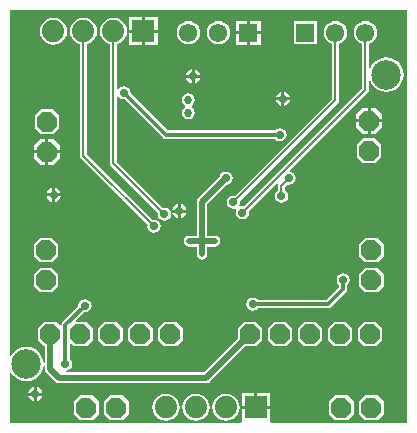
<source format=gbl>
G04 Layer_Physical_Order=2*
G04 Layer_Color=11436288*
%FSLAX43Y43*%
%MOMM*%
G71*
G01*
G75*
%ADD25C,0.500*%
%ADD26C,0.300*%
%ADD27C,0.200*%
%ADD29C,1.550*%
%ADD30R,1.550X1.550*%
%ADD31R,1.880X1.880*%
%ADD32C,1.880*%
%ADD33P,1.815X8X202.5*%
%ADD34P,1.815X8X292.5*%
%ADD35C,2.500*%
%ADD36C,0.700*%
%ADD37C,0.400*%
%ADD38C,0.686*%
G36*
X80010Y49530D02*
X68438D01*
X68377Y49632D01*
X68377Y49657D01*
Y50698D01*
X65989D01*
Y49657D01*
X65989Y49632D01*
X65928Y49530D01*
X46355D01*
Y53741D01*
X46480Y53766D01*
X46485Y53752D01*
X46718Y53449D01*
X47021Y53216D01*
X47373Y53070D01*
X47752Y53020D01*
X48131Y53070D01*
X48483Y53216D01*
X48786Y53449D01*
X49019Y53752D01*
X49165Y54104D01*
X49198Y54359D01*
X49325Y54351D01*
Y54102D01*
X49360Y53926D01*
X49460Y53778D01*
X50222Y53016D01*
X50370Y52916D01*
X50546Y52881D01*
X62992D01*
X63168Y52916D01*
X63316Y53016D01*
X66286Y55985D01*
X67194D01*
X67713Y56504D01*
Y57542D01*
X67194Y58061D01*
X66156D01*
X65637Y57542D01*
Y56634D01*
X62802Y53799D01*
X51085D01*
X51072Y53926D01*
X51269Y53965D01*
X51451Y54086D01*
X51572Y54268D01*
X51615Y54483D01*
X51572Y54698D01*
X51451Y54880D01*
X51411Y54906D01*
Y56213D01*
X51528Y56262D01*
X51805Y55985D01*
X52843D01*
X53362Y56504D01*
Y57542D01*
X52843Y58061D01*
X52001D01*
X51952Y58179D01*
X52658Y58885D01*
X52705Y58875D01*
X52920Y58918D01*
X53102Y59039D01*
X53223Y59221D01*
X53266Y59436D01*
X53223Y59651D01*
X53102Y59833D01*
X52920Y59954D01*
X52705Y59997D01*
X52490Y59954D01*
X52308Y59833D01*
X52187Y59651D01*
X52144Y59436D01*
X52154Y59389D01*
X50802Y58037D01*
X50724Y57922D01*
X50707Y57837D01*
X50577Y57787D01*
X50303Y58061D01*
X49265D01*
X48746Y57542D01*
Y56504D01*
X49265Y55985D01*
X49325D01*
Y54615D01*
X49198Y54607D01*
X49165Y54862D01*
X49019Y55214D01*
X48786Y55517D01*
X48483Y55750D01*
X48131Y55896D01*
X47752Y55946D01*
X47373Y55896D01*
X47021Y55750D01*
X46718Y55517D01*
X46485Y55214D01*
X46480Y55200D01*
X46355Y55225D01*
Y84455D01*
X80010D01*
Y49530D01*
D02*
G37*
%LPC*%
G36*
X49922Y62633D02*
X48884D01*
X48365Y62114D01*
Y61076D01*
X48884Y60557D01*
X49922D01*
X50441Y61076D01*
Y62114D01*
X49922Y62633D01*
D02*
G37*
G36*
X77481D02*
X76443D01*
X75924Y62114D01*
Y61076D01*
X76443Y60557D01*
X77481D01*
X78000Y61076D01*
Y62114D01*
X77481Y62633D01*
D02*
G37*
G36*
X49922Y65173D02*
X48884D01*
X48365Y64654D01*
Y63616D01*
X48884Y63097D01*
X49922D01*
X50441Y63616D01*
Y64654D01*
X49922Y65173D01*
D02*
G37*
G36*
X74568Y62175D02*
X74353Y62132D01*
X74171Y62011D01*
X74050Y61829D01*
X74007Y61614D01*
X74050Y61399D01*
X74171Y61217D01*
X74211Y61191D01*
Y61000D01*
X73131Y59920D01*
X67352D01*
X67326Y59960D01*
X67144Y60081D01*
X66929Y60124D01*
X66714Y60081D01*
X66532Y59960D01*
X66411Y59778D01*
X66368Y59563D01*
X66411Y59348D01*
X66532Y59166D01*
X66714Y59045D01*
X66929Y59002D01*
X67144Y59045D01*
X67326Y59166D01*
X67352Y59206D01*
X73279D01*
X73416Y59233D01*
X73531Y59311D01*
X74820Y60600D01*
X74898Y60715D01*
X74925Y60852D01*
Y61191D01*
X74965Y61217D01*
X75086Y61399D01*
X75129Y61614D01*
X75086Y61829D01*
X74965Y62011D01*
X74783Y62132D01*
X74568Y62175D01*
D02*
G37*
G36*
X74814Y58061D02*
X73776D01*
X73257Y57542D01*
Y56504D01*
X73776Y55985D01*
X74814D01*
X75333Y56504D01*
Y57542D01*
X74814Y58061D01*
D02*
G37*
G36*
X77354D02*
X76316D01*
X75797Y57542D01*
Y56504D01*
X76316Y55985D01*
X77354D01*
X77873Y56504D01*
Y57542D01*
X77354Y58061D01*
D02*
G37*
G36*
X72274D02*
X71236D01*
X70717Y57542D01*
Y56504D01*
X71236Y55985D01*
X72274D01*
X72793Y56504D01*
Y57542D01*
X72274Y58061D01*
D02*
G37*
G36*
X77481Y65173D02*
X76443D01*
X75924Y64654D01*
Y63616D01*
X76443Y63097D01*
X77481D01*
X78000Y63616D01*
Y64654D01*
X77481Y65173D01*
D02*
G37*
G36*
X60833Y68028D02*
Y67564D01*
X61297D01*
X61275Y67673D01*
X61141Y67872D01*
X60942Y68006D01*
X60833Y68028D01*
D02*
G37*
G36*
X60579D02*
X60470Y68006D01*
X60271Y67872D01*
X60137Y67673D01*
X60115Y67564D01*
X60579D01*
Y68028D01*
D02*
G37*
G36*
X49926Y68692D02*
X49462D01*
X49484Y68583D01*
X49618Y68384D01*
X49817Y68250D01*
X49926Y68228D01*
Y68692D01*
D02*
G37*
G36*
X76454Y83533D02*
X76199Y83500D01*
X75962Y83402D01*
X75759Y83245D01*
X75602Y83042D01*
X75504Y82805D01*
X75471Y82550D01*
X75504Y82295D01*
X75602Y82058D01*
X75759Y81855D01*
X75962Y81698D01*
X76148Y81621D01*
Y77851D01*
X66147Y67850D01*
X66040Y67871D01*
X65847Y67832D01*
X65793Y67885D01*
X65763Y67935D01*
X65796Y67984D01*
X65839Y68199D01*
X65817Y68306D01*
X74130Y76619D01*
X74197Y76718D01*
X74220Y76835D01*
Y81621D01*
X74406Y81698D01*
X74609Y81855D01*
X74766Y82058D01*
X74864Y82295D01*
X74897Y82550D01*
X74864Y82805D01*
X74766Y83042D01*
X74609Y83245D01*
X74406Y83402D01*
X74169Y83500D01*
X73914Y83533D01*
X73659Y83500D01*
X73422Y83402D01*
X73219Y83245D01*
X73062Y83042D01*
X72964Y82805D01*
X72931Y82550D01*
X72964Y82295D01*
X73062Y82058D01*
X73219Y81855D01*
X73422Y81698D01*
X73608Y81621D01*
Y76962D01*
X65385Y68739D01*
X65278Y68760D01*
X65063Y68717D01*
X64881Y68596D01*
X64760Y68414D01*
X64717Y68199D01*
X64760Y67984D01*
X64881Y67802D01*
X65063Y67681D01*
X65278Y67638D01*
X65471Y67677D01*
X65525Y67624D01*
X65555Y67574D01*
X65522Y67525D01*
X65479Y67310D01*
X65522Y67095D01*
X65643Y66913D01*
X65825Y66792D01*
X66040Y66749D01*
X66255Y66792D01*
X66437Y66913D01*
X66558Y67095D01*
X66601Y67310D01*
X66579Y67417D01*
X68969Y69807D01*
X69068Y69726D01*
X69059Y69713D01*
X69036Y69596D01*
X69036Y69596D01*
Y69164D01*
X68945Y69104D01*
X68824Y68922D01*
X68781Y68707D01*
X68824Y68492D01*
X68945Y68310D01*
X69127Y68189D01*
X69342Y68146D01*
X69557Y68189D01*
X69739Y68310D01*
X69860Y68492D01*
X69903Y68707D01*
X69860Y68922D01*
X69739Y69104D01*
X69648Y69164D01*
Y69469D01*
X69870Y69691D01*
X69977Y69670D01*
X70192Y69713D01*
X70374Y69834D01*
X70495Y70016D01*
X70538Y70231D01*
X70495Y70446D01*
X70374Y70628D01*
X70192Y70749D01*
X70108Y70766D01*
X70066Y70904D01*
X76670Y77508D01*
X76670Y77508D01*
X76737Y77607D01*
X76760Y77724D01*
X76760Y77724D01*
Y78427D01*
X76887Y78452D01*
X76965Y78263D01*
X77198Y77960D01*
X77501Y77727D01*
X77853Y77581D01*
X78232Y77531D01*
X78611Y77581D01*
X78963Y77727D01*
X79266Y77960D01*
X79499Y78263D01*
X79645Y78615D01*
X79695Y78994D01*
X79645Y79373D01*
X79499Y79725D01*
X79266Y80028D01*
X78963Y80261D01*
X78611Y80407D01*
X78232Y80457D01*
X77853Y80407D01*
X77501Y80261D01*
X77198Y80028D01*
X76965Y79725D01*
X76887Y79536D01*
X76760Y79561D01*
Y81621D01*
X76946Y81698D01*
X77149Y81855D01*
X77306Y82058D01*
X77404Y82295D01*
X77437Y82550D01*
X77404Y82805D01*
X77306Y83042D01*
X77149Y83245D01*
X76946Y83402D01*
X76709Y83500D01*
X76454Y83533D01*
D02*
G37*
G36*
X52578Y83827D02*
X52280Y83787D01*
X52003Y83673D01*
X51765Y83490D01*
X51582Y83252D01*
X51468Y82975D01*
X51428Y82677D01*
X51468Y82379D01*
X51582Y82102D01*
X51765Y81864D01*
X52003Y81681D01*
X52272Y81570D01*
Y72136D01*
X52272Y72136D01*
X52295Y72019D01*
X52362Y71920D01*
X58007Y66274D01*
X57986Y66167D01*
X58029Y65952D01*
X58150Y65770D01*
X58332Y65649D01*
X58547Y65606D01*
X58762Y65649D01*
X58944Y65770D01*
X59065Y65952D01*
X59108Y66167D01*
X59065Y66382D01*
X58944Y66564D01*
X58762Y66685D01*
X58547Y66728D01*
X58440Y66706D01*
X52884Y72263D01*
Y81570D01*
X53153Y81681D01*
X53391Y81864D01*
X53574Y82102D01*
X53688Y82379D01*
X53728Y82677D01*
X53688Y82975D01*
X53574Y83252D01*
X53391Y83490D01*
X53153Y83673D01*
X52876Y83787D01*
X52578Y83827D01*
D02*
G37*
G36*
X64643Y70792D02*
X64428Y70749D01*
X64246Y70628D01*
X64125Y70446D01*
X64104Y70341D01*
X62287Y68523D01*
X62187Y68375D01*
X62152Y68199D01*
Y65997D01*
Y65356D01*
X61511D01*
X61335Y65321D01*
X61187Y65221D01*
X61087Y65073D01*
X61052Y64897D01*
X61087Y64721D01*
X61187Y64573D01*
X61335Y64473D01*
X61511Y64438D01*
X62152D01*
Y63797D01*
X62187Y63621D01*
X62287Y63473D01*
X62435Y63373D01*
X62611Y63338D01*
X62787Y63373D01*
X62935Y63473D01*
X63035Y63621D01*
X63070Y63797D01*
Y64438D01*
X63711D01*
X63887Y64473D01*
X64035Y64573D01*
X64135Y64721D01*
X64170Y64897D01*
X64135Y65073D01*
X64035Y65221D01*
X63887Y65321D01*
X63711Y65356D01*
X63070D01*
Y65997D01*
Y68009D01*
X64753Y69692D01*
X64858Y69713D01*
X65040Y69834D01*
X65161Y70016D01*
X65204Y70231D01*
X65161Y70446D01*
X65040Y70628D01*
X64858Y70749D01*
X64643Y70792D01*
D02*
G37*
G36*
X61297Y67310D02*
X60833D01*
Y66846D01*
X60942Y66868D01*
X61141Y67002D01*
X61275Y67201D01*
X61297Y67310D01*
D02*
G37*
G36*
X60579D02*
X60115D01*
X60137Y67201D01*
X60271Y67002D01*
X60470Y66868D01*
X60579Y66846D01*
Y67310D01*
D02*
G37*
G36*
X74941Y51838D02*
X73903D01*
X73384Y51319D01*
Y50281D01*
X73903Y49762D01*
X74941D01*
X75460Y50281D01*
Y51319D01*
X74941Y51838D01*
D02*
G37*
G36*
X55891D02*
X54853D01*
X54334Y51319D01*
Y50281D01*
X54853Y49762D01*
X55891D01*
X56410Y50281D01*
Y51319D01*
X55891Y51838D01*
D02*
G37*
G36*
X67056Y52019D02*
X65989D01*
Y50952D01*
X67056D01*
Y52019D01*
D02*
G37*
G36*
X77481Y51838D02*
X76443D01*
X75924Y51319D01*
Y50281D01*
X76443Y49762D01*
X77481D01*
X78000Y50281D01*
Y51319D01*
X77481Y51838D01*
D02*
G37*
G36*
X62103Y51975D02*
X61805Y51936D01*
X61528Y51821D01*
X61290Y51638D01*
X61107Y51400D01*
X60993Y51123D01*
X60953Y50825D01*
X60993Y50528D01*
X61107Y50251D01*
X61290Y50012D01*
X61528Y49830D01*
X61805Y49715D01*
X62103Y49676D01*
X62401Y49715D01*
X62678Y49830D01*
X62916Y50012D01*
X63099Y50251D01*
X63213Y50528D01*
X63253Y50825D01*
X63213Y51123D01*
X63099Y51400D01*
X62916Y51638D01*
X62678Y51821D01*
X62401Y51936D01*
X62103Y51975D01*
D02*
G37*
G36*
X59563D02*
X59265Y51936D01*
X58988Y51821D01*
X58750Y51638D01*
X58567Y51400D01*
X58453Y51123D01*
X58413Y50825D01*
X58453Y50528D01*
X58567Y50251D01*
X58750Y50012D01*
X58988Y49830D01*
X59265Y49715D01*
X59563Y49676D01*
X59861Y49715D01*
X60138Y49830D01*
X60376Y50012D01*
X60559Y50251D01*
X60673Y50528D01*
X60713Y50825D01*
X60673Y51123D01*
X60559Y51400D01*
X60376Y51638D01*
X60138Y51821D01*
X59861Y51936D01*
X59563Y51975D01*
D02*
G37*
G36*
X53351Y51838D02*
X52313D01*
X51794Y51319D01*
Y50281D01*
X52313Y49762D01*
X53351D01*
X53870Y50281D01*
Y51319D01*
X53351Y51838D01*
D02*
G37*
G36*
X64643Y51975D02*
X64345Y51936D01*
X64068Y51821D01*
X63830Y51638D01*
X63647Y51400D01*
X63533Y51123D01*
X63493Y50825D01*
X63533Y50528D01*
X63647Y50251D01*
X63830Y50012D01*
X64068Y49830D01*
X64345Y49715D01*
X64643Y49676D01*
X64941Y49715D01*
X65218Y49830D01*
X65456Y50012D01*
X65639Y50251D01*
X65753Y50528D01*
X65793Y50825D01*
X65753Y51123D01*
X65639Y51400D01*
X65456Y51638D01*
X65218Y51821D01*
X64941Y51936D01*
X64643Y51975D01*
D02*
G37*
G36*
X68377Y52019D02*
X67310D01*
Y50952D01*
X68377D01*
Y52019D01*
D02*
G37*
G36*
X57923Y58061D02*
X56885D01*
X56366Y57542D01*
Y56504D01*
X56885Y55985D01*
X57923D01*
X58442Y56504D01*
Y57542D01*
X57923Y58061D01*
D02*
G37*
G36*
X55383D02*
X54345D01*
X53826Y57542D01*
Y56504D01*
X54345Y55985D01*
X55383D01*
X55902Y56504D01*
Y57542D01*
X55383Y58061D01*
D02*
G37*
G36*
X69734D02*
X68696D01*
X68177Y57542D01*
Y56504D01*
X68696Y55985D01*
X69734D01*
X70253Y56504D01*
Y57542D01*
X69734Y58061D01*
D02*
G37*
G36*
X60463D02*
X59425D01*
X58906Y57542D01*
Y56504D01*
X59425Y55985D01*
X60463D01*
X60982Y56504D01*
Y57542D01*
X60463Y58061D01*
D02*
G37*
G36*
X49105Y51816D02*
X48641D01*
Y51352D01*
X48750Y51374D01*
X48949Y51508D01*
X49083Y51707D01*
X49105Y51816D01*
D02*
G37*
G36*
X48387D02*
X47923D01*
X47945Y51707D01*
X48079Y51508D01*
X48278Y51374D01*
X48387Y51352D01*
Y51816D01*
D02*
G37*
G36*
X48641Y52534D02*
Y52070D01*
X49105D01*
X49083Y52179D01*
X48949Y52378D01*
X48750Y52512D01*
X48641Y52534D01*
D02*
G37*
G36*
X48387D02*
X48278Y52512D01*
X48079Y52378D01*
X47945Y52179D01*
X47923Y52070D01*
X48387D01*
Y52534D01*
D02*
G37*
G36*
X50644Y68692D02*
X50180D01*
Y68228D01*
X50289Y68250D01*
X50488Y68384D01*
X50622Y68583D01*
X50644Y68692D01*
D02*
G37*
G36*
X57531Y82550D02*
X56464D01*
Y81483D01*
X57531D01*
Y82550D01*
D02*
G37*
G36*
X61995Y79439D02*
Y78975D01*
X62459D01*
X62437Y79084D01*
X62303Y79283D01*
X62104Y79417D01*
X61995Y79439D01*
D02*
G37*
G36*
X66421Y82423D02*
X65519D01*
Y81521D01*
X66421D01*
Y82423D01*
D02*
G37*
G36*
X58852Y82550D02*
X57785D01*
Y81483D01*
X58852D01*
Y82550D01*
D02*
G37*
G36*
X61741Y78721D02*
X61277D01*
X61299Y78612D01*
X61433Y78413D01*
X61632Y78279D01*
X61741Y78257D01*
Y78721D01*
D02*
G37*
G36*
X69596Y77553D02*
Y77089D01*
X70060D01*
X70038Y77198D01*
X69904Y77397D01*
X69705Y77531D01*
X69596Y77553D01*
D02*
G37*
G36*
X61741Y79439D02*
X61632Y79417D01*
X61433Y79283D01*
X61299Y79084D01*
X61277Y78975D01*
X61741D01*
Y79439D01*
D02*
G37*
G36*
X62459Y78721D02*
X61995D01*
Y78257D01*
X62104Y78279D01*
X62303Y78413D01*
X62437Y78612D01*
X62459Y78721D01*
D02*
G37*
G36*
X67577Y82423D02*
X66675D01*
Y81521D01*
X67577D01*
Y82423D01*
D02*
G37*
G36*
Y83579D02*
X66675D01*
Y82677D01*
X67577D01*
Y83579D01*
D02*
G37*
G36*
X66421D02*
X65519D01*
Y82677D01*
X66421D01*
Y83579D01*
D02*
G37*
G36*
X58852Y83871D02*
X57785D01*
Y82804D01*
X58852D01*
Y83871D01*
D02*
G37*
G36*
X57531D02*
X56464D01*
Y82804D01*
X57531D01*
Y83871D01*
D02*
G37*
G36*
X61468Y83533D02*
X61213Y83500D01*
X60976Y83402D01*
X60773Y83245D01*
X60616Y83042D01*
X60518Y82805D01*
X60485Y82550D01*
X60518Y82295D01*
X60616Y82058D01*
X60773Y81855D01*
X60976Y81698D01*
X61213Y81600D01*
X61468Y81567D01*
X61723Y81600D01*
X61960Y81698D01*
X62163Y81855D01*
X62320Y82058D01*
X62418Y82295D01*
X62451Y82550D01*
X62418Y82805D01*
X62320Y83042D01*
X62163Y83245D01*
X61960Y83402D01*
X61723Y83500D01*
X61468Y83533D01*
D02*
G37*
G36*
X50038Y83827D02*
X49740Y83787D01*
X49463Y83673D01*
X49225Y83490D01*
X49042Y83252D01*
X48928Y82975D01*
X48888Y82677D01*
X48928Y82379D01*
X49042Y82102D01*
X49225Y81864D01*
X49463Y81681D01*
X49740Y81567D01*
X50038Y81527D01*
X50336Y81567D01*
X50613Y81681D01*
X50851Y81864D01*
X51034Y82102D01*
X51148Y82379D01*
X51188Y82677D01*
X51148Y82975D01*
X51034Y83252D01*
X50851Y83490D01*
X50613Y83673D01*
X50336Y83787D01*
X50038Y83827D01*
D02*
G37*
G36*
X72349Y83525D02*
X70399D01*
Y81575D01*
X72349D01*
Y83525D01*
D02*
G37*
G36*
X64008Y83533D02*
X63753Y83500D01*
X63516Y83402D01*
X63313Y83245D01*
X63156Y83042D01*
X63058Y82805D01*
X63025Y82550D01*
X63058Y82295D01*
X63156Y82058D01*
X63313Y81855D01*
X63516Y81698D01*
X63753Y81600D01*
X64008Y81567D01*
X64263Y81600D01*
X64500Y81698D01*
X64703Y81855D01*
X64860Y82058D01*
X64958Y82295D01*
X64991Y82550D01*
X64958Y82805D01*
X64860Y83042D01*
X64703Y83245D01*
X64500Y83402D01*
X64263Y83500D01*
X64008Y83533D01*
D02*
G37*
G36*
X49347Y73566D02*
X48928D01*
X48382Y73020D01*
Y72601D01*
X49347D01*
Y73566D01*
D02*
G37*
G36*
X77283Y73598D02*
X76245D01*
X75726Y73079D01*
Y72041D01*
X76245Y71522D01*
X77283D01*
X77802Y72041D01*
Y73079D01*
X77283Y73598D01*
D02*
G37*
G36*
X55118Y83827D02*
X54820Y83787D01*
X54543Y83673D01*
X54305Y83490D01*
X54122Y83252D01*
X54008Y82975D01*
X53968Y82677D01*
X54008Y82379D01*
X54122Y82102D01*
X54305Y81864D01*
X54543Y81681D01*
X54812Y81570D01*
Y71501D01*
X54812Y71501D01*
X54835Y71384D01*
X54902Y71285D01*
X58896Y67290D01*
X58875Y67183D01*
X58918Y66968D01*
X59039Y66786D01*
X59221Y66665D01*
X59436Y66622D01*
X59651Y66665D01*
X59833Y66786D01*
X59954Y66968D01*
X59997Y67183D01*
X59954Y67398D01*
X59833Y67580D01*
X59651Y67701D01*
X59436Y67744D01*
X59329Y67723D01*
X55424Y71628D01*
Y77124D01*
X55551Y77163D01*
X55610Y77073D01*
X55792Y76952D01*
X56007Y76909D01*
X56054Y76919D01*
X59311Y73662D01*
X59426Y73584D01*
X59563Y73557D01*
X68792D01*
X68818Y73517D01*
X69000Y73396D01*
X69215Y73353D01*
X69430Y73396D01*
X69612Y73517D01*
X69733Y73699D01*
X69776Y73914D01*
X69733Y74129D01*
X69612Y74311D01*
X69430Y74432D01*
X69215Y74475D01*
X69000Y74432D01*
X68818Y74311D01*
X68792Y74271D01*
X59711D01*
X56558Y77423D01*
X56568Y77470D01*
X56525Y77685D01*
X56404Y77867D01*
X56222Y77988D01*
X56007Y78031D01*
X55792Y77988D01*
X55610Y77867D01*
X55551Y77777D01*
X55424Y77816D01*
Y81570D01*
X55693Y81681D01*
X55931Y81864D01*
X56114Y82102D01*
X56228Y82379D01*
X56268Y82677D01*
X56228Y82975D01*
X56114Y83252D01*
X55931Y83490D01*
X55693Y83673D01*
X55416Y83787D01*
X55118Y83827D01*
D02*
G37*
G36*
X50020Y73566D02*
X49601D01*
Y72601D01*
X50566D01*
Y73020D01*
X50020Y73566D01*
D02*
G37*
G36*
X50180Y69410D02*
Y68946D01*
X50644D01*
X50622Y69055D01*
X50488Y69254D01*
X50289Y69388D01*
X50180Y69410D01*
D02*
G37*
G36*
X49926D02*
X49817Y69388D01*
X49618Y69254D01*
X49484Y69055D01*
X49462Y68946D01*
X49926D01*
Y69410D01*
D02*
G37*
G36*
X50566Y72347D02*
X49601D01*
Y71382D01*
X50020D01*
X50566Y71928D01*
Y72347D01*
D02*
G37*
G36*
X49347D02*
X48382D01*
Y71928D01*
X48928Y71382D01*
X49347D01*
Y72347D01*
D02*
G37*
G36*
X49993Y76052D02*
X48955D01*
X48436Y75533D01*
Y74495D01*
X48955Y73976D01*
X49993D01*
X50512Y74495D01*
Y75533D01*
X49993Y76052D01*
D02*
G37*
G36*
X69342Y76835D02*
X68878D01*
X68900Y76726D01*
X69034Y76527D01*
X69233Y76393D01*
X69342Y76371D01*
Y76835D01*
D02*
G37*
G36*
X77310Y76192D02*
X76891D01*
Y75227D01*
X77856D01*
Y75646D01*
X77310Y76192D01*
D02*
G37*
G36*
X69342Y77553D02*
X69233Y77531D01*
X69034Y77397D01*
X68900Y77198D01*
X68878Y77089D01*
X69342D01*
Y77553D01*
D02*
G37*
G36*
X70060Y76835D02*
X69596D01*
Y76371D01*
X69705Y76393D01*
X69904Y76527D01*
X70038Y76726D01*
X70060Y76835D01*
D02*
G37*
G36*
X77856Y74973D02*
X76891D01*
Y74008D01*
X77310D01*
X77856Y74554D01*
Y74973D01*
D02*
G37*
G36*
X76637D02*
X75672D01*
Y74554D01*
X76218Y74008D01*
X76637D01*
Y74973D01*
D02*
G37*
G36*
Y76192D02*
X76218D01*
X75672Y75646D01*
Y75227D01*
X76637D01*
Y76192D01*
D02*
G37*
G36*
X61468Y77431D02*
X61256Y77388D01*
X61077Y77268D01*
X60957Y77089D01*
X60914Y76877D01*
X60957Y76665D01*
X61077Y76486D01*
X61207Y76398D01*
Y76256D01*
X61077Y76168D01*
X60957Y75989D01*
X60914Y75777D01*
X60957Y75565D01*
X61077Y75386D01*
X61256Y75266D01*
X61468Y75223D01*
X61680Y75266D01*
X61859Y75386D01*
X61979Y75565D01*
X62022Y75777D01*
X61979Y75989D01*
X61859Y76168D01*
X61729Y76256D01*
Y76398D01*
X61859Y76486D01*
X61979Y76665D01*
X62022Y76877D01*
X61979Y77089D01*
X61859Y77268D01*
X61680Y77388D01*
X61468Y77431D01*
D02*
G37*
%LPD*%
D25*
X62611Y68199D02*
X64643Y70231D01*
X62611Y65997D02*
Y68199D01*
Y64897D02*
Y65997D01*
Y63797D02*
Y64897D01*
X63711D01*
X61511D02*
X62611D01*
X62992Y53340D02*
X66675Y57023D01*
X50546Y53340D02*
X62992D01*
X49784Y54102D02*
X50546Y53340D01*
X49784Y54102D02*
Y57023D01*
D26*
X56007Y77470D02*
X59563Y73914D01*
X69215D01*
X66929Y59563D02*
X73279D01*
X74568Y60852D01*
Y61614D01*
X51054Y54483D02*
Y57785D01*
X52705Y59436D01*
D27*
X69342Y69596D02*
X69977Y70231D01*
X69342Y68707D02*
Y69596D01*
X65278Y68199D02*
X73914Y76835D01*
Y82550D01*
X76454Y77724D02*
Y82550D01*
X66040Y67310D02*
X76454Y77724D01*
X55118Y71501D02*
X59436Y67183D01*
X55118Y71501D02*
Y82677D01*
X52578Y72136D02*
X58547Y66167D01*
X52578Y72136D02*
Y82677D01*
D29*
X61468Y82550D02*
D03*
X64008D02*
D03*
X76454D02*
D03*
X73914D02*
D03*
D30*
X66548D02*
D03*
X71374D02*
D03*
D31*
X57658Y82677D02*
D03*
X67183Y50825D02*
D03*
D32*
X55118Y82677D02*
D03*
X52578D02*
D03*
X50038D02*
D03*
X64643Y50825D02*
D03*
X62103D02*
D03*
X59563D02*
D03*
D33*
X49474Y75014D02*
D03*
Y72474D02*
D03*
X76962Y61595D02*
D03*
Y64135D02*
D03*
X49403Y61595D02*
D03*
Y64135D02*
D03*
X76764Y72560D02*
D03*
Y75100D02*
D03*
D34*
X66675Y57023D02*
D03*
X69215D02*
D03*
X71755D02*
D03*
X74295D02*
D03*
X76835D02*
D03*
X49784D02*
D03*
X52324D02*
D03*
X54864D02*
D03*
X57404D02*
D03*
X59944D02*
D03*
X55372Y50800D02*
D03*
X52832D02*
D03*
X76962D02*
D03*
X74422D02*
D03*
D35*
X47752Y54483D02*
D03*
X78232Y78994D02*
D03*
D36*
X69215Y73914D02*
D03*
X56007Y77470D02*
D03*
X64643Y70231D02*
D03*
X69977D02*
D03*
X69342Y68707D02*
D03*
X60706Y67437D02*
D03*
X61868Y78848D02*
D03*
X69469Y76962D02*
D03*
X48514Y51943D02*
D03*
X50053Y68819D02*
D03*
X66929Y59563D02*
D03*
X66040Y67310D02*
D03*
X65278Y68199D02*
D03*
X58547Y66167D02*
D03*
X59436Y67183D02*
D03*
X74568Y61614D02*
D03*
X52705Y59436D02*
D03*
X51054Y54483D02*
D03*
D37*
X62611Y64897D02*
D03*
Y63797D02*
D03*
X63711Y64897D02*
D03*
X61511D02*
D03*
X62611Y65997D02*
D03*
D38*
X61468Y76877D02*
D03*
Y75777D02*
D03*
M02*

</source>
